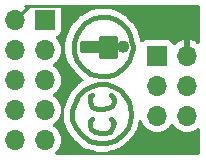
<source format=gbr>
%TF.GenerationSoftware,KiCad,Pcbnew,(6.0.6)*%
%TF.CreationDate,2022-08-19T09:49:53-07:00*%
%TF.ProjectId,rrf_rpi_skr_adapter,7272665f-7270-4695-9f73-6b725f616461,rev?*%
%TF.SameCoordinates,PX8404630PY621abf0*%
%TF.FileFunction,Copper,L2,Bot*%
%TF.FilePolarity,Positive*%
%FSLAX46Y46*%
G04 Gerber Fmt 4.6, Leading zero omitted, Abs format (unit mm)*
G04 Created by KiCad (PCBNEW (6.0.6)) date 2022-08-19 09:49:53*
%MOMM*%
%LPD*%
G01*
G04 APERTURE LIST*
%TA.AperFunction,EtchedComponent*%
%ADD10C,0.381000*%
%TD*%
%TA.AperFunction,ComponentPad*%
%ADD11R,1.700000X1.700000*%
%TD*%
%TA.AperFunction,ComponentPad*%
%ADD12O,1.700000X1.700000*%
%TD*%
%TA.AperFunction,Conductor*%
%ADD13C,0.250000*%
%TD*%
G04 APERTURE END LIST*
D10*
%TO.C,REF\u002A\u002A*%
X8547100Y7155180D02*
X7747000Y7353300D01*
X8547100Y9354820D02*
X7045960Y9354820D01*
X9646920Y7254240D02*
X9146540Y7155180D01*
X9847580Y8854440D02*
X9847580Y10355580D01*
X7045960Y9354820D02*
X7045960Y9855200D01*
X10647680Y7955280D02*
X10045700Y7454900D01*
X9547860Y8953500D02*
X9547860Y10253980D01*
X9245600Y12153900D02*
X9847580Y11955780D01*
X7345680Y11653520D02*
X8046720Y12054840D01*
X10045700Y7454900D02*
X9646920Y7254240D01*
X9847580Y10355580D02*
X8646160Y10355580D01*
X7045960Y9954260D02*
X8646160Y9954260D01*
X7045960Y7955280D02*
X6647180Y8455660D01*
X11346180Y9654540D02*
X11346180Y9555480D01*
X11346180Y9555480D02*
X11247120Y8953500D01*
X11247120Y10253980D02*
X11346180Y9654540D01*
X10347960Y11653520D02*
X10845800Y11155680D01*
X6545580Y10553700D02*
X6847840Y11155680D01*
X8046720Y12054840D02*
X8646160Y12153900D01*
X8646160Y12153900D02*
X9245600Y12153900D01*
X9146540Y7155180D02*
X8547100Y7155180D01*
X6647180Y8455660D02*
X6347460Y9154160D01*
X6847840Y11155680D02*
X7345680Y11653520D01*
X8547100Y9654540D02*
X7246620Y9654540D01*
X8646160Y8854440D02*
X9847580Y8854440D01*
X7045960Y9753600D02*
X7045960Y9954260D01*
X10845800Y11155680D02*
X11148060Y10655300D01*
X11046460Y8455660D02*
X10647680Y7955280D01*
X8945880Y8854440D02*
X8945880Y10154920D01*
X11247120Y8953500D02*
X11046460Y8455660D01*
X6347460Y9954260D02*
X6545580Y10553700D01*
X10746740Y9654540D02*
X10347960Y9654540D01*
X8646160Y10355580D02*
X8646160Y8854440D01*
X6347460Y9154160D02*
X6347460Y9954260D01*
X11148060Y10655300D02*
X11247120Y10253980D01*
X9847580Y11955780D02*
X10347960Y11653520D01*
X7747000Y7353300D02*
X7045960Y7955280D01*
X9245600Y10154920D02*
X9245600Y8953500D01*
X10861746Y9654540D02*
G75*
G03*
X10861746Y9654540I-315666J0D01*
G01*
X7735240Y3360560D02*
X7935900Y3561220D01*
X6236640Y4259720D02*
X6434760Y4859160D01*
X11235360Y3960000D02*
X11235360Y3860940D01*
X9736760Y6261240D02*
X10237140Y5958980D01*
X10935640Y2761120D02*
X10536860Y2260740D01*
X9635160Y2761120D02*
X9437040Y2458860D01*
X9736760Y5260480D02*
X9736760Y4960760D01*
X8535340Y6459360D02*
X9134780Y6459360D01*
X9635160Y3459620D02*
X9736760Y3159900D01*
X10237140Y5958980D02*
X10734980Y5461140D01*
X6536360Y2761120D02*
X6236640Y3459620D01*
X9536100Y5560200D02*
X9635160Y5461140D01*
X7836840Y2659520D02*
X7735240Y2959240D01*
X10536860Y2260740D02*
X9934880Y1760360D01*
X6935140Y2260740D02*
X6536360Y2761120D01*
X6434760Y4859160D02*
X6737020Y5461140D01*
X9134780Y6459360D02*
X9736760Y6261240D01*
X7735240Y4960760D02*
X7735240Y5158880D01*
X7636180Y1658760D02*
X6935140Y2260740D01*
X11235360Y3860940D02*
X11136300Y3258960D01*
X9736760Y3159900D02*
X9635160Y2761120D01*
X11037240Y4960760D02*
X11136300Y4559440D01*
X9635160Y4661040D02*
X9236380Y4460380D01*
X9236380Y4460380D02*
X8736000Y4358780D01*
X8337220Y4358780D02*
X7935900Y4559440D01*
X9035720Y2359800D02*
X8636940Y2359800D01*
X7735240Y2959240D02*
X7735240Y3360560D01*
X8736000Y4358780D02*
X8337220Y4358780D01*
X9635160Y5461140D02*
X9736760Y5260480D01*
X9536100Y3561220D02*
X9635160Y3459620D01*
X7935900Y6360300D02*
X8535340Y6459360D01*
X6737020Y5461140D02*
X7234860Y5958980D01*
X9934880Y1760360D02*
X9536100Y1559700D01*
X7234860Y5958980D02*
X7935900Y6360300D01*
X11136300Y3258960D02*
X10935640Y2761120D01*
X8436280Y1460640D02*
X7636180Y1658760D01*
X7935900Y4559440D02*
X7735240Y4960760D01*
X9035720Y1460640D02*
X8436280Y1460640D01*
X9736760Y4960760D02*
X9635160Y4661040D01*
X9437040Y2458860D02*
X9035720Y2359800D01*
X7735240Y5461140D02*
X7935900Y5560200D01*
X10734980Y5461140D02*
X11037240Y4960760D01*
X11136300Y4559440D02*
X11235360Y3960000D01*
X8136560Y2458860D02*
X7836840Y2659520D01*
X9536100Y1559700D02*
X9035720Y1460640D01*
X7735240Y5158880D02*
X7735240Y5461140D01*
X8636940Y2359800D02*
X8136560Y2458860D01*
X6236640Y3459620D02*
X6236640Y4259720D01*
%TD*%
D11*
%TO.P,J2,1,Pin_1*%
%TO.N,PF13*%
X3920000Y11920000D03*
D12*
%TO.P,J2,2,Pin_2*%
%TO.N,GND*%
X1380000Y11920000D03*
%TO.P,J2,3,Pin_3*%
%TO.N,RST*%
X3920000Y9380000D03*
%TO.P,J2,4,Pin_4*%
%TO.N,PF12*%
X1380000Y9380000D03*
%TO.P,J2,5,Pin_5*%
%TO.N,PB15*%
X3920000Y6840000D03*
%TO.P,J2,6,Pin_6*%
%TO.N,PF11*%
X1380000Y6840000D03*
%TO.P,J2,7,Pin_7*%
%TO.N,PB12*%
X3920000Y4300000D03*
%TO.P,J2,8,Pin_8*%
%TO.N,PG10*%
X1380000Y4300000D03*
%TO.P,J2,9,Pin_9*%
%TO.N,PB13*%
X3920000Y1760000D03*
%TO.P,J2,10,Pin_10*%
%TO.N,PB14*%
X1380000Y1760000D03*
%TD*%
D11*
%TO.P,J1,1,Pin_1*%
%TO.N,SPI0_MOSI*%
X13400000Y8875000D03*
D12*
%TO.P,J1,2,Pin_2*%
%TO.N,GND*%
X15940000Y8875000D03*
%TO.P,J1,3,Pin_3*%
%TO.N,SPI0_MISO*%
X13400000Y6335000D03*
%TO.P,J1,4,Pin_4*%
%TO.N,BCM25*%
X15940000Y6335000D03*
%TO.P,J1,5,Pin_5*%
%TO.N,SPI0_CLK*%
X13400000Y3795000D03*
%TO.P,J1,6,Pin_6*%
%TO.N,SPI0_CE*%
X15940000Y3795000D03*
%TD*%
D13*
%TO.N,GND*%
X1380000Y11920000D02*
X2555000Y13095000D01*
X2555000Y13095000D02*
X5447000Y13095000D01*
X5447000Y13095000D02*
X5842000Y12700000D01*
%TD*%
%TA.AperFunction,Conductor*%
%TO.N,GND*%
G36*
X16959621Y13187498D02*
G01*
X17006114Y13133842D01*
X17017500Y13081500D01*
X17017500Y10014627D01*
X16997498Y9946506D01*
X16943842Y9900013D01*
X16873568Y9889909D01*
X16813408Y9915745D01*
X16698140Y10006778D01*
X16689552Y10012483D01*
X16503117Y10115401D01*
X16493705Y10119631D01*
X16292959Y10190720D01*
X16282988Y10193354D01*
X16211837Y10206028D01*
X16198540Y10204568D01*
X16194000Y10190011D01*
X16194000Y8747000D01*
X16173998Y8678879D01*
X16120342Y8632386D01*
X16068000Y8621000D01*
X15812000Y8621000D01*
X15743879Y8641002D01*
X15697386Y8694658D01*
X15686000Y8747000D01*
X15686000Y10191898D01*
X15682082Y10205242D01*
X15667806Y10207229D01*
X15629324Y10201340D01*
X15619288Y10198949D01*
X15416868Y10132788D01*
X15407359Y10128791D01*
X15218463Y10030458D01*
X15209738Y10024964D01*
X15039433Y9897095D01*
X15031726Y9890252D01*
X14954478Y9809416D01*
X14892954Y9773986D01*
X14822042Y9777443D01*
X14764255Y9818689D01*
X14745402Y9852237D01*
X14703767Y9963297D01*
X14700615Y9971705D01*
X14613261Y10088261D01*
X14496705Y10175615D01*
X14360316Y10226745D01*
X14298134Y10233500D01*
X12501866Y10233500D01*
X12439684Y10226745D01*
X12303295Y10175615D01*
X12186739Y10088261D01*
X12183777Y10084309D01*
X12123247Y10051256D01*
X12052432Y10056321D01*
X11995596Y10098868D01*
X11972150Y10153833D01*
X11958968Y10233597D01*
X11940412Y10345885D01*
X11939505Y10352447D01*
X11937251Y10372654D01*
X11937251Y10372655D01*
X11936793Y10376759D01*
X11933485Y10390160D01*
X11931503Y10399795D01*
X11930466Y10406071D01*
X11929849Y10409805D01*
X11922762Y10434069D01*
X11921385Y10439184D01*
X11833766Y10794151D01*
X11831946Y10802825D01*
X11823672Y10850555D01*
X11823671Y10850557D01*
X11822373Y10858047D01*
X11796742Y10916618D01*
X11794369Y10922433D01*
X11774387Y10975133D01*
X11774384Y10975138D01*
X11771693Y10982236D01*
X11762734Y10995240D01*
X11737401Y11032008D01*
X11733307Y11038347D01*
X11471959Y11471001D01*
X11464437Y11485501D01*
X11454930Y11507158D01*
X11451877Y11514113D01*
X11425428Y11548583D01*
X11423463Y11551283D01*
X11422177Y11553412D01*
X11398668Y11583465D01*
X11398006Y11584320D01*
X11372647Y11617368D01*
X11370889Y11619126D01*
X11368813Y11621632D01*
X11348953Y11647020D01*
X11348948Y11647025D01*
X11344267Y11653009D01*
X11316261Y11675020D01*
X11305025Y11684990D01*
X10880318Y12109697D01*
X10869538Y12121974D01*
X10850481Y12146751D01*
X10816496Y12173914D01*
X10813991Y12176024D01*
X10812228Y12177787D01*
X10809249Y12180123D01*
X10809242Y12180129D01*
X10782326Y12201233D01*
X10781403Y12201963D01*
X10770654Y12210555D01*
X10748814Y12228011D01*
X10746682Y12229299D01*
X10744065Y12231234D01*
X10712720Y12255812D01*
X10680250Y12270472D01*
X10666958Y12277457D01*
X10260952Y12522709D01*
X10245925Y12533358D01*
X10244815Y12534274D01*
X10227124Y12548866D01*
X10205011Y12559516D01*
X10185754Y12568791D01*
X10178392Y12572776D01*
X10175926Y12574070D01*
X10172683Y12576029D01*
X10144210Y12588846D01*
X10141266Y12590218D01*
X10113579Y12603553D01*
X10109865Y12605342D01*
X10105950Y12606631D01*
X10102122Y12608175D01*
X10102136Y12608209D01*
X10095274Y12610875D01*
X10057377Y12627934D01*
X10029127Y12633136D01*
X10012559Y12637367D01*
X9485804Y12810729D01*
X9479442Y12813014D01*
X9420711Y12835912D01*
X9400141Y12838620D01*
X9364108Y12843364D01*
X9355829Y12844736D01*
X9307282Y12854452D01*
X9307278Y12854452D01*
X9299830Y12855943D01*
X9292241Y12855614D01*
X9292240Y12855614D01*
X9232381Y12853018D01*
X9226922Y12852900D01*
X8730581Y12852900D01*
X8719565Y12853383D01*
X8715158Y12853770D01*
X8707731Y12855337D01*
X8635698Y12852968D01*
X8631556Y12852900D01*
X8603734Y12852900D01*
X8599968Y12852444D01*
X8599963Y12852444D01*
X8598062Y12852214D01*
X8587058Y12851368D01*
X8577651Y12851059D01*
X8550574Y12846584D01*
X8545254Y12845823D01*
X8478200Y12837709D01*
X8471097Y12835025D01*
X8463719Y12833213D01*
X8463651Y12833491D01*
X8451383Y12830193D01*
X7941214Y12745885D01*
X7939354Y12745593D01*
X7905984Y12740611D01*
X7867371Y12734848D01*
X7867368Y12734847D01*
X7859857Y12733726D01*
X7852830Y12730846D01*
X7852828Y12730845D01*
X7821637Y12718059D01*
X7809174Y12713698D01*
X7769517Y12702114D01*
X7692299Y12657381D01*
X7691979Y12657197D01*
X7036767Y12282111D01*
X7024814Y12276088D01*
X6987247Y12259597D01*
X6981224Y12254975D01*
X6981220Y12254973D01*
X6924732Y12211629D01*
X6923337Y12210574D01*
X6860188Y12163522D01*
X6855353Y12157659D01*
X6855352Y12157658D01*
X6831305Y12128497D01*
X6823190Y12119565D01*
X6369131Y11665506D01*
X6364409Y11661021D01*
X6316921Y11618205D01*
X6293346Y11583465D01*
X6285352Y11571685D01*
X6280247Y11564693D01*
X6245548Y11520440D01*
X6242423Y11513518D01*
X6217393Y11458083D01*
X6215159Y11453394D01*
X5958471Y10942174D01*
X5958433Y10942099D01*
X5955674Y10937257D01*
X5952972Y10933990D01*
X5949669Y10927155D01*
X5949665Y10927148D01*
X5917913Y10861432D01*
X5917064Y10859710D01*
X5901866Y10829441D01*
X5900581Y10825863D01*
X5900547Y10825784D01*
X5898189Y10820610D01*
X5896349Y10816802D01*
X5885616Y10784327D01*
X5884600Y10781381D01*
X5859112Y10710439D01*
X5858388Y10703508D01*
X5855611Y10693544D01*
X5690774Y10194808D01*
X5688539Y10188597D01*
X5665448Y10129371D01*
X5664456Y10121836D01*
X5658065Y10073290D01*
X5656662Y10064855D01*
X5653923Y10051256D01*
X5645486Y10009373D01*
X5647072Y9971705D01*
X5648348Y9941398D01*
X5648460Y9936098D01*
X5648460Y9238677D01*
X5647985Y9227748D01*
X5647543Y9222671D01*
X5645980Y9215239D01*
X5646235Y9207649D01*
X5648389Y9143525D01*
X5648460Y9139295D01*
X5648460Y9111734D01*
X5648915Y9107976D01*
X5648915Y9107972D01*
X5649181Y9105779D01*
X5650023Y9094871D01*
X5651660Y9046149D01*
X5653716Y9038844D01*
X5653718Y9038834D01*
X5657334Y9025989D01*
X5661135Y9006989D01*
X5663651Y8986200D01*
X5666334Y8979099D01*
X5666335Y8979096D01*
X5680882Y8940600D01*
X5684300Y8930212D01*
X5686930Y8920869D01*
X5697642Y8895904D01*
X5699690Y8890826D01*
X5723454Y8827938D01*
X5727756Y8821678D01*
X5731276Y8814945D01*
X5731052Y8814828D01*
X5737282Y8803523D01*
X5987721Y8219874D01*
X5992261Y8207562D01*
X6004690Y8167544D01*
X6008606Y8161041D01*
X6008607Y8161038D01*
X6044879Y8100799D01*
X6045882Y8099103D01*
X6085009Y8031668D01*
X6117104Y7998344D01*
X6124878Y7989476D01*
X6451935Y7579094D01*
X6464599Y7559814D01*
X6468797Y7551935D01*
X6473865Y7546277D01*
X6473865Y7546276D01*
X6509802Y7506149D01*
X6514468Y7500628D01*
X6525763Y7486456D01*
X6528462Y7483799D01*
X6528465Y7483796D01*
X6537100Y7475297D01*
X6542553Y7469581D01*
X6555627Y7454983D01*
X6558753Y7452299D01*
X6568918Y7443571D01*
X6575224Y7437772D01*
X6578588Y7434461D01*
X6606341Y7407143D01*
X6615881Y7397752D01*
X6627309Y7390954D01*
X6644974Y7378261D01*
X6865858Y7188589D01*
X7174438Y6923612D01*
X7213089Y6864058D01*
X7213407Y6793062D01*
X7175291Y6733165D01*
X7154952Y6718669D01*
X6925947Y6587571D01*
X6913994Y6581548D01*
X6876427Y6565057D01*
X6870404Y6560435D01*
X6870400Y6560433D01*
X6813912Y6517089D01*
X6812517Y6516034D01*
X6749368Y6468982D01*
X6744533Y6463119D01*
X6744532Y6463118D01*
X6720485Y6433957D01*
X6712370Y6425025D01*
X6258311Y5970966D01*
X6253589Y5966481D01*
X6206101Y5923665D01*
X6182526Y5888925D01*
X6174532Y5877145D01*
X6169427Y5870153D01*
X6134728Y5825900D01*
X6131603Y5818978D01*
X6106573Y5763543D01*
X6104339Y5758854D01*
X6086521Y5723368D01*
X5847826Y5247983D01*
X5847613Y5247559D01*
X5844854Y5242717D01*
X5842152Y5239450D01*
X5838849Y5232615D01*
X5838845Y5232608D01*
X5807093Y5166892D01*
X5806244Y5165170D01*
X5791046Y5134901D01*
X5789761Y5131323D01*
X5789727Y5131244D01*
X5787369Y5126070D01*
X5785529Y5122262D01*
X5774807Y5089820D01*
X5773780Y5086841D01*
X5748292Y5015899D01*
X5747568Y5008968D01*
X5744791Y4999004D01*
X5579954Y4500268D01*
X5577719Y4494057D01*
X5554628Y4434831D01*
X5553636Y4427296D01*
X5547245Y4378750D01*
X5545842Y4370315D01*
X5542199Y4352228D01*
X5534666Y4314833D01*
X5536735Y4265695D01*
X5537528Y4246858D01*
X5537640Y4241558D01*
X5537640Y3544137D01*
X5537165Y3533208D01*
X5536723Y3528131D01*
X5535160Y3520699D01*
X5535415Y3513109D01*
X5537569Y3448985D01*
X5537640Y3444755D01*
X5537640Y3417194D01*
X5538095Y3413436D01*
X5538095Y3413432D01*
X5538361Y3411239D01*
X5539203Y3400331D01*
X5540840Y3351609D01*
X5542896Y3344304D01*
X5542898Y3344294D01*
X5546514Y3331449D01*
X5550315Y3312449D01*
X5552831Y3291660D01*
X5555514Y3284559D01*
X5555515Y3284556D01*
X5570062Y3246060D01*
X5573480Y3235672D01*
X5576110Y3226329D01*
X5586822Y3201364D01*
X5588870Y3196286D01*
X5612634Y3133398D01*
X5616936Y3127138D01*
X5620456Y3120405D01*
X5620232Y3120288D01*
X5626462Y3108983D01*
X5876901Y2525334D01*
X5881441Y2513022D01*
X5893870Y2473004D01*
X5897786Y2466501D01*
X5897787Y2466498D01*
X5917414Y2433903D01*
X5933488Y2407208D01*
X5934059Y2406259D01*
X5935065Y2404556D01*
X5974189Y2337128D01*
X6006284Y2303804D01*
X6014058Y2294936D01*
X6341115Y1884554D01*
X6353779Y1865274D01*
X6357977Y1857395D01*
X6363045Y1851737D01*
X6363045Y1851736D01*
X6398982Y1811609D01*
X6403648Y1806088D01*
X6414943Y1791916D01*
X6417642Y1789259D01*
X6417645Y1789256D01*
X6426280Y1780757D01*
X6431733Y1775041D01*
X6444807Y1760443D01*
X6447933Y1757759D01*
X6458098Y1749031D01*
X6464404Y1743232D01*
X6505061Y1703212D01*
X6516489Y1696414D01*
X6534154Y1683721D01*
X6786565Y1466977D01*
X7134904Y1167859D01*
X7147923Y1154917D01*
X7164039Y1136373D01*
X7201390Y1110018D01*
X7207272Y1105435D01*
X7210107Y1103283D01*
X7212990Y1100807D01*
X7216150Y1098695D01*
X7216153Y1098693D01*
X7239100Y1083359D01*
X7241671Y1081594D01*
X7302274Y1038832D01*
X7308997Y1036196D01*
X7309169Y1036109D01*
X7312005Y1034627D01*
X7312115Y1034568D01*
X7318126Y1030551D01*
X7387803Y1005256D01*
X7390745Y1004146D01*
X7423445Y991326D01*
X7427442Y990336D01*
X7431381Y989082D01*
X7431366Y989036D01*
X7438289Y986928D01*
X7454212Y981148D01*
X7477155Y972819D01*
X7500971Y970252D01*
X7505910Y969719D01*
X7522689Y966751D01*
X8216276Y795007D01*
X8231755Y790096D01*
X8261169Y778628D01*
X8268702Y777636D01*
X8268703Y777636D01*
X8304244Y772957D01*
X8307222Y772487D01*
X8309450Y771935D01*
X8313216Y771472D01*
X8313222Y771471D01*
X8341038Y768052D01*
X8347536Y767254D01*
X8348519Y767129D01*
X8377675Y763290D01*
X8386119Y762178D01*
X8386120Y762178D01*
X8390206Y761640D01*
X8392503Y761640D01*
X8395453Y761362D01*
X8410124Y759559D01*
X8432138Y750046D01*
X8440462Y755396D01*
X8461058Y759616D01*
X8470629Y760756D01*
X8485531Y761640D01*
X8962609Y761640D01*
X8984708Y759687D01*
X8991107Y758547D01*
X9004371Y751944D01*
X9009742Y755396D01*
X9037114Y760238D01*
X9054506Y761362D01*
X9054753Y761378D01*
X9062879Y761640D01*
X9078146Y761640D01*
X9096816Y763900D01*
X9103826Y764550D01*
X9122155Y765734D01*
X9122158Y765734D01*
X9126269Y766000D01*
X9131921Y767119D01*
X9140645Y768846D01*
X9149980Y770333D01*
X9196137Y775918D01*
X9196139Y775919D01*
X9203680Y776831D01*
X9218870Y782571D01*
X9238930Y788303D01*
X9630615Y865845D01*
X9643177Y867680D01*
X9686232Y871758D01*
X9693397Y874255D01*
X9693403Y874256D01*
X9758534Y896951D01*
X9760853Y897734D01*
X9826436Y919167D01*
X9826435Y919167D01*
X9833658Y921527D01*
X9840108Y925542D01*
X9840111Y925543D01*
X9874069Y946679D01*
X9884014Y952261D01*
X10195542Y1109017D01*
X10212332Y1115997D01*
X10236176Y1123945D01*
X10274363Y1148024D01*
X10280311Y1151386D01*
X10280298Y1151409D01*
X10283590Y1153322D01*
X10286971Y1155023D01*
X10290121Y1157116D01*
X10290125Y1157119D01*
X10313581Y1172710D01*
X10316123Y1174356D01*
X10346268Y1193364D01*
X10349450Y1196009D01*
X10352777Y1198425D01*
X10352827Y1198357D01*
X10358317Y1202445D01*
X10385955Y1220815D01*
X10392280Y1225019D01*
X10412237Y1246730D01*
X10424458Y1258357D01*
X10930316Y1678840D01*
X10947583Y1690903D01*
X10954509Y1694925D01*
X10954513Y1694928D01*
X10961077Y1698740D01*
X11000470Y1736710D01*
X11007365Y1742884D01*
X11016306Y1750316D01*
X11018908Y1753071D01*
X11018921Y1753083D01*
X11031773Y1766691D01*
X11035912Y1770873D01*
X11054783Y1789063D01*
X11057351Y1792286D01*
X11057366Y1792302D01*
X11061643Y1797669D01*
X11068576Y1805656D01*
X11097914Y1836717D01*
X11097916Y1836720D01*
X11103133Y1842243D01*
X11106884Y1848855D01*
X11112991Y1859619D01*
X11124047Y1875973D01*
X11460924Y2298679D01*
X11467689Y2306488D01*
X11502739Y2343744D01*
X11536530Y2403586D01*
X11538984Y2407743D01*
X11571091Y2459823D01*
X11571092Y2459826D01*
X11575078Y2466291D01*
X11582011Y2487815D01*
X11592109Y2519170D01*
X11595172Y2527632D01*
X11761094Y2939283D01*
X11769554Y2956401D01*
X11776955Y2968894D01*
X11776956Y2968896D01*
X11780828Y2975432D01*
X11794788Y3021541D01*
X11798521Y3032140D01*
X11799063Y3033485D01*
X11800479Y3036998D01*
X11807998Y3064957D01*
X11809081Y3068748D01*
X11809362Y3069675D01*
X11818543Y3099999D01*
X11819211Y3104057D01*
X11819214Y3104071D01*
X11819292Y3104547D01*
X11821941Y3116799D01*
X11831346Y3151772D01*
X11831346Y3151773D01*
X11833319Y3159109D01*
X11833897Y3185582D01*
X11835539Y3203286D01*
X11836724Y3210487D01*
X11860460Y3354730D01*
X11891258Y3418698D01*
X11951751Y3455862D01*
X12022732Y3454421D01*
X12081667Y3414833D01*
X12101531Y3381674D01*
X12174738Y3201386D01*
X12183266Y3180384D01*
X12222231Y3116799D01*
X12297291Y2994312D01*
X12299987Y2989912D01*
X12303367Y2986010D01*
X12312530Y2975432D01*
X12446250Y2821062D01*
X12618126Y2678368D01*
X12811000Y2565662D01*
X13019692Y2485970D01*
X13024760Y2484939D01*
X13024763Y2484938D01*
X13115399Y2466498D01*
X13238597Y2441433D01*
X13243772Y2441243D01*
X13243774Y2441243D01*
X13456673Y2433436D01*
X13456677Y2433436D01*
X13461837Y2433247D01*
X13466957Y2433903D01*
X13466959Y2433903D01*
X13678288Y2460975D01*
X13678289Y2460975D01*
X13683416Y2461632D01*
X13745493Y2480256D01*
X13892429Y2524339D01*
X13892434Y2524341D01*
X13897384Y2525826D01*
X14097994Y2624104D01*
X14279860Y2753827D01*
X14301737Y2775627D01*
X14418717Y2892200D01*
X14438096Y2911511D01*
X14464435Y2948165D01*
X14568453Y3092923D01*
X14569776Y3091972D01*
X14616645Y3135143D01*
X14686580Y3147375D01*
X14752026Y3119856D01*
X14779875Y3088006D01*
X14791108Y3069675D01*
X14839987Y2989912D01*
X14843367Y2986010D01*
X14852530Y2975432D01*
X14986250Y2821062D01*
X15158126Y2678368D01*
X15351000Y2565662D01*
X15559692Y2485970D01*
X15564760Y2484939D01*
X15564763Y2484938D01*
X15655399Y2466498D01*
X15778597Y2441433D01*
X15783772Y2441243D01*
X15783774Y2441243D01*
X15996673Y2433436D01*
X15996677Y2433436D01*
X16001837Y2433247D01*
X16006957Y2433903D01*
X16006959Y2433903D01*
X16218288Y2460975D01*
X16218289Y2460975D01*
X16223416Y2461632D01*
X16285493Y2480256D01*
X16432429Y2524339D01*
X16432434Y2524341D01*
X16437384Y2525826D01*
X16637994Y2624104D01*
X16818332Y2752737D01*
X16885405Y2776011D01*
X16954414Y2759327D01*
X17003448Y2707983D01*
X17017500Y2650158D01*
X17017500Y634500D01*
X16997498Y566379D01*
X16943842Y519886D01*
X16891500Y508500D01*
X9045240Y508500D01*
X9007521Y519575D01*
X8982752Y509252D01*
X8969008Y508500D01*
X8475960Y508500D01*
X8436073Y520212D01*
X8415242Y510177D01*
X8394755Y508500D01*
X4893741Y508500D01*
X4825620Y528502D01*
X4779127Y582158D01*
X4769023Y652432D01*
X4798517Y717012D01*
X4804801Y723751D01*
X4840735Y759559D01*
X4958096Y876511D01*
X5010685Y949696D01*
X5085435Y1053723D01*
X5088453Y1057923D01*
X5109320Y1100143D01*
X5185136Y1253547D01*
X5185137Y1253549D01*
X5187430Y1258189D01*
X5252370Y1471931D01*
X5281529Y1693410D01*
X5281674Y1699331D01*
X5283074Y1756635D01*
X5283074Y1756639D01*
X5283156Y1760000D01*
X5264852Y1982639D01*
X5210431Y2199298D01*
X5121354Y2404160D01*
X5046951Y2519170D01*
X5002822Y2587383D01*
X5002820Y2587386D01*
X5000014Y2591723D01*
X4849670Y2756949D01*
X4845619Y2760148D01*
X4845615Y2760152D01*
X4678414Y2892200D01*
X4678410Y2892202D01*
X4674359Y2895402D01*
X4633053Y2918204D01*
X4583084Y2968636D01*
X4568312Y3038079D01*
X4593428Y3104484D01*
X4620780Y3131091D01*
X4689886Y3180384D01*
X4799860Y3258827D01*
X4958096Y3416511D01*
X4961310Y3420983D01*
X5085435Y3593723D01*
X5088453Y3597923D01*
X5105070Y3631544D01*
X5185136Y3793547D01*
X5185137Y3793549D01*
X5187430Y3798189D01*
X5227731Y3930835D01*
X5250865Y4006977D01*
X5250865Y4006979D01*
X5252370Y4011931D01*
X5281529Y4233410D01*
X5281611Y4236760D01*
X5283074Y4296635D01*
X5283074Y4296639D01*
X5283156Y4300000D01*
X5264852Y4522639D01*
X5210431Y4739298D01*
X5121354Y4944160D01*
X5029081Y5086793D01*
X5002822Y5127383D01*
X5002820Y5127386D01*
X5000014Y5131723D01*
X4849670Y5296949D01*
X4845619Y5300148D01*
X4845615Y5300152D01*
X4678414Y5432200D01*
X4678410Y5432202D01*
X4674359Y5435402D01*
X4633053Y5458204D01*
X4583084Y5508636D01*
X4568312Y5578079D01*
X4593428Y5644484D01*
X4620780Y5671091D01*
X4689886Y5720384D01*
X4799860Y5798827D01*
X4857319Y5856085D01*
X4930239Y5928751D01*
X4958096Y5956511D01*
X4962878Y5963165D01*
X5085435Y6133723D01*
X5088453Y6137923D01*
X5109320Y6180143D01*
X5185136Y6333547D01*
X5185137Y6333549D01*
X5187430Y6338189D01*
X5246466Y6532498D01*
X5250865Y6546977D01*
X5250865Y6546979D01*
X5252370Y6551931D01*
X5281529Y6773410D01*
X5282433Y6810390D01*
X5283074Y6836635D01*
X5283074Y6836639D01*
X5283156Y6840000D01*
X5264852Y7062639D01*
X5210431Y7279298D01*
X5121354Y7484160D01*
X5060412Y7578362D01*
X5002822Y7667383D01*
X5002820Y7667386D01*
X5000014Y7671723D01*
X4849670Y7836949D01*
X4845619Y7840148D01*
X4845615Y7840152D01*
X4678414Y7972200D01*
X4678410Y7972202D01*
X4674359Y7975402D01*
X4633053Y7998204D01*
X4583084Y8048636D01*
X4568312Y8118079D01*
X4593428Y8184484D01*
X4620780Y8211091D01*
X4685476Y8257238D01*
X4799860Y8338827D01*
X4816894Y8355801D01*
X4920110Y8458658D01*
X4958096Y8496511D01*
X4985982Y8535318D01*
X5085435Y8673723D01*
X5088453Y8677923D01*
X5109320Y8720143D01*
X5185136Y8873547D01*
X5185137Y8873549D01*
X5187430Y8878189D01*
X5252370Y9091931D01*
X5281529Y9313410D01*
X5283156Y9380000D01*
X5264852Y9602639D01*
X5210431Y9819298D01*
X5121354Y10024160D01*
X5026858Y10170229D01*
X5002822Y10207383D01*
X5002820Y10207386D01*
X5000014Y10211723D01*
X4985569Y10227598D01*
X4852798Y10373512D01*
X4821746Y10437358D01*
X4830141Y10507857D01*
X4875317Y10562625D01*
X4901761Y10576294D01*
X5008297Y10616233D01*
X5016705Y10619385D01*
X5133261Y10706739D01*
X5220615Y10823295D01*
X5271745Y10959684D01*
X5278500Y11021866D01*
X5278500Y12818134D01*
X5271745Y12880316D01*
X5220615Y13016705D01*
X5216577Y13022092D01*
X5201649Y13090349D01*
X5226386Y13156897D01*
X5283174Y13199507D01*
X5327338Y13207500D01*
X16891500Y13207500D01*
X16959621Y13187498D01*
G37*
%TD.AperFunction*%
%TA.AperFunction,Conductor*%
G36*
X2580783Y13187498D02*
G01*
X2627276Y13133842D01*
X2637380Y13063568D01*
X2623650Y13022396D01*
X2619385Y13016705D01*
X2616236Y13008304D01*
X2616235Y13008302D01*
X2574722Y12897567D01*
X2532081Y12840802D01*
X2465519Y12816102D01*
X2396170Y12831309D01*
X2363546Y12856996D01*
X2312799Y12912766D01*
X2305273Y12919784D01*
X2225711Y12982618D01*
X2184648Y13040534D01*
X2181416Y13111457D01*
X2217041Y13172869D01*
X2280212Y13205272D01*
X2303803Y13207500D01*
X2512662Y13207500D01*
X2580783Y13187498D01*
G37*
%TD.AperFunction*%
%TD*%
M02*

</source>
